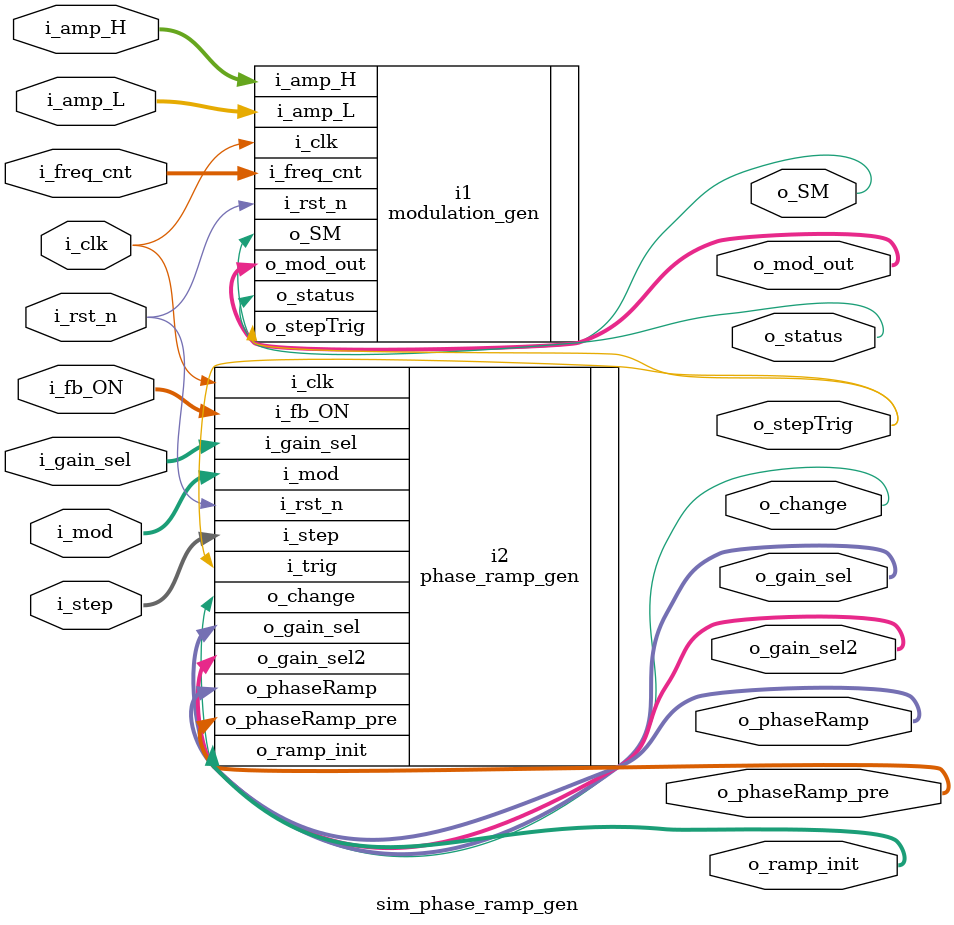
<source format=v>


module sim_phase_ramp_gen
(
input i_clk,
input i_rst_n,
input [31:0] i_freq_cnt,
input [32-1:0] i_amp_H,
input [32-1:0] i_amp_L, 
output [32-1:0] o_mod_out,
output  o_status,
output  o_stepTrig,
/*** simulation***/
output o_SM,


input [31:0] i_fb_ON,
input [31:0] i_gain_sel,
input [31:0] i_mod,
//reg i_rst_n;
input [31:0] i_step,
//reg i_trig;
// wires                                               
output o_change,
output [31:0]  o_gain_sel,
output [31:0]  o_gain_sel2,
output [31:0]  o_phaseRamp_pre,
output [31:0]  o_phaseRamp,
output [31:0]  o_ramp_init
);

modulation_gen i1 (
// port map - connection between master ports and signals/registers   
	.i_amp_H(i_amp_H),
	.i_amp_L(i_amp_L),
	.i_clk(i_clk),
	.i_freq_cnt(i_freq_cnt),
	.i_rst_n(i_rst_n),
	.o_SM(o_SM),
	.o_mod_out(o_mod_out),
	.o_status(o_status),
	.o_stepTrig(o_stepTrig)
);

phase_ramp_gen i2 (
// port map - connection between master ports and signals/registers   
	.i_clk(i_clk),
	.i_fb_ON(i_fb_ON),
	.i_gain_sel(i_gain_sel),
	.i_mod(i_mod),
	.i_rst_n(i_rst_n),
	.i_step(i_step),
	.i_trig(o_stepTrig),
	.o_change(o_change),
	.o_gain_sel(o_gain_sel),
	.o_gain_sel2(o_gain_sel2),
	.o_phaseRamp_pre(o_phaseRamp_pre),
	.o_phaseRamp(o_phaseRamp),
	.o_ramp_init(o_ramp_init)
);

endmodule
</source>
